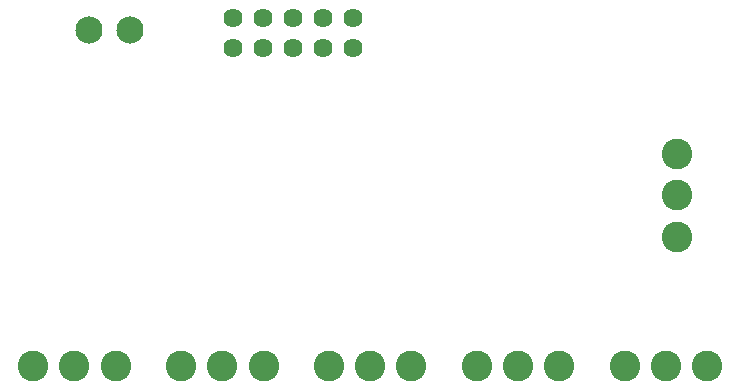
<source format=gbs>
G04 Layer: BottomSolderMaskLayer*
G04 EasyEDA v6.5.29, 2023-07-15 16:34:33*
G04 ff16eedd4ae041ca9ad6f45f5caac9ae,10*
G04 Gerber Generator version 0.2*
G04 Scale: 100 percent, Rotated: No, Reflected: No *
G04 Dimensions in millimeters *
G04 leading zeros omitted , absolute positions ,4 integer and 5 decimal *
%FSLAX45Y45*%
%MOMM*%

%ADD10C,2.6016*%
%ADD11C,2.3016*%
%ADD12C,1.6240*%

%LPD*%
D10*
G01*
X5342140Y5537200D03*
G01*
X5692127Y5537200D03*
G01*
X6042139Y5537200D03*
G01*
X6594360Y5537200D03*
G01*
X6944347Y5537200D03*
G01*
X7294359Y5537200D03*
G01*
X4089920Y5537200D03*
G01*
X4439907Y5537200D03*
G01*
X4789919Y5537200D03*
G01*
X1585480Y5537200D03*
G01*
X1935467Y5537200D03*
G01*
X2285479Y5537200D03*
G01*
X7035800Y6635000D03*
G01*
X7035800Y6984987D03*
G01*
X7035800Y7334999D03*
G01*
X2837700Y5537200D03*
G01*
X3187687Y5537200D03*
G01*
X3537699Y5537200D03*
D11*
G01*
X2410193Y8382000D03*
G01*
X2060206Y8382000D03*
D12*
G01*
X3276600Y8229600D03*
G01*
X3276600Y8483600D03*
G01*
X3530600Y8229600D03*
G01*
X3530600Y8483600D03*
G01*
X3784600Y8229600D03*
G01*
X3784600Y8483600D03*
G01*
X4038600Y8229600D03*
G01*
X4038600Y8483600D03*
G01*
X4292600Y8229600D03*
G01*
X4292600Y8483600D03*
M02*

</source>
